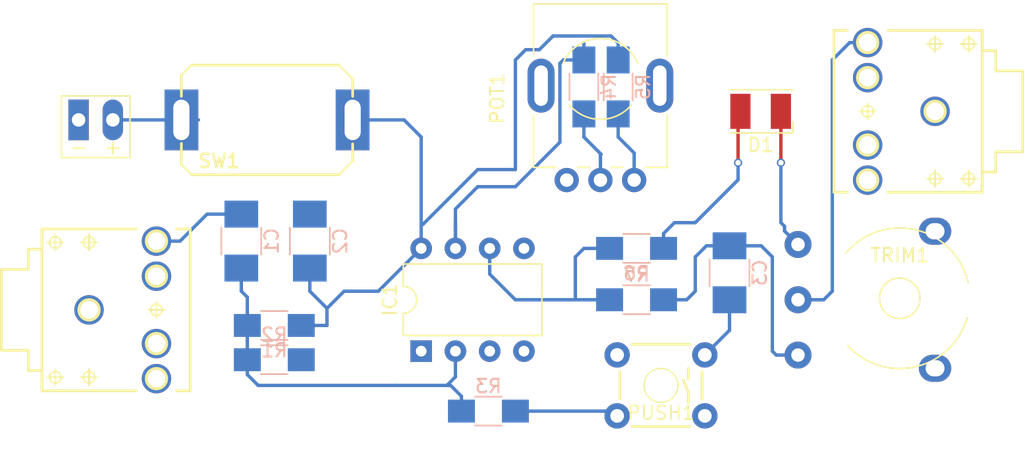
<source format=kicad_pcb>
(kicad_pcb (version 4) (host pcbnew 4.0.7-e0-6372~58~ubuntu16.04.1)

  (general
    (links 32)
    (no_connects 13)
    (area 51.758539 38.609999 128.086461 72.390001)
    (thickness 1.6)
    (drawings 0)
    (tracks 97)
    (zones 0)
    (modules 19)
    (nets 14)
  )

  (page A4)
  (layers
    (0 F.Cu signal)
    (31 B.Cu signal)
    (32 B.Adhes user)
    (33 F.Adhes user)
    (34 B.Paste user)
    (35 F.Paste user)
    (36 B.SilkS user)
    (37 F.SilkS user)
    (38 B.Mask user)
    (39 F.Mask user)
    (40 Dwgs.User user)
    (41 Cmts.User user)
    (42 Eco1.User user)
    (43 Eco2.User user)
    (44 Edge.Cuts user)
    (45 Margin user)
    (46 B.CrtYd user)
    (47 F.CrtYd user)
    (48 B.Fab user)
    (49 F.Fab user)
  )

  (setup
    (last_trace_width 0.25)
    (trace_clearance 0.2)
    (zone_clearance 0.508)
    (zone_45_only no)
    (trace_min 0.2)
    (segment_width 0.2)
    (edge_width 0.15)
    (via_size 0.6)
    (via_drill 0.4)
    (via_min_size 0.4)
    (via_min_drill 0.3)
    (uvia_size 0.3)
    (uvia_drill 0.1)
    (uvias_allowed no)
    (uvia_min_size 0.2)
    (uvia_min_drill 0.1)
    (pcb_text_width 0.3)
    (pcb_text_size 1.5 1.5)
    (mod_edge_width 0.15)
    (mod_text_size 1 1)
    (mod_text_width 0.15)
    (pad_size 1.524 1.524)
    (pad_drill 0.762)
    (pad_to_mask_clearance 0.2)
    (aux_axis_origin 0 0)
    (visible_elements FFFFFF7F)
    (pcbplotparams
      (layerselection 0x00030_80000001)
      (usegerberextensions false)
      (excludeedgelayer true)
      (linewidth 0.100000)
      (plotframeref false)
      (viasonmask false)
      (mode 1)
      (useauxorigin false)
      (hpglpennumber 1)
      (hpglpenspeed 20)
      (hpglpendiameter 15)
      (hpglpenoverlay 2)
      (psnegative false)
      (psa4output false)
      (plotreference true)
      (plotvalue true)
      (plotinvisibletext false)
      (padsonsilk false)
      (subtractmaskfromsilk false)
      (outputformat 1)
      (mirror false)
      (drillshape 1)
      (scaleselection 1)
      (outputdirectory ""))
  )

  (net 0 "")
  (net 1 "Net-(C1-Pad2)")
  (net 2 VCC)
  (net 3 GND)
  (net 4 "Net-(C3-Pad2)")
  (net 5 "Net-(D1-Pad2)")
  (net 6 "Net-(IC1-Pad6)")
  (net 7 "Net-(IC1-Pad7)")
  (net 8 "Net-(JACK2-Pad2)")
  (net 9 "Net-(POT1-Pad2)")
  (net 10 "Net-(PUSH1-Pad1)")
  (net 11 +BATT)
  (net 12 Prog)
  (net 13 "Net-(POT1-Pad1)")

  (net_class Default "This is the default net class."
    (clearance 0.2)
    (trace_width 0.25)
    (via_dia 0.6)
    (via_drill 0.4)
    (uvia_dia 0.3)
    (uvia_drill 0.1)
    (add_net +BATT)
    (add_net GND)
    (add_net "Net-(C1-Pad2)")
    (add_net "Net-(C3-Pad2)")
    (add_net "Net-(D1-Pad2)")
    (add_net "Net-(IC1-Pad6)")
    (add_net "Net-(IC1-Pad7)")
    (add_net "Net-(JACK2-Pad2)")
    (add_net "Net-(POT1-Pad1)")
    (add_net "Net-(POT1-Pad2)")
    (add_net "Net-(PUSH1-Pad1)")
    (add_net Prog)
    (add_net VCC)
  )

  (module 8BitMixtape_DIY-CAD:C_1210_MixtapeStyle (layer B.Cu) (tedit 58AA84FB) (tstamp 5B5C44ED)
    (at 69.85 56.61 90)
    (descr "Capacitor SMD 1210, hand soldering")
    (tags "capacitor 1210")
    (path /5B5C3667)
    (attr smd)
    (fp_text reference C1 (at 0 2.25 90) (layer B.SilkS)
      (effects (font (size 1 1) (thickness 0.15)) (justify mirror))
    )
    (fp_text value 100nF (at 0 -2.5 90) (layer B.Fab)
      (effects (font (size 1 1) (thickness 0.15)) (justify mirror))
    )
    (fp_text user %R (at 0 2.25 90) (layer B.Fab)
      (effects (font (size 1 1) (thickness 0.15)) (justify mirror))
    )
    (fp_line (start -1.6 -1.25) (end -1.6 1.25) (layer B.Fab) (width 0.1))
    (fp_line (start 1.6 -1.25) (end -1.6 -1.25) (layer B.Fab) (width 0.1))
    (fp_line (start 1.6 1.25) (end 1.6 -1.25) (layer B.Fab) (width 0.1))
    (fp_line (start -1.6 1.25) (end 1.6 1.25) (layer B.Fab) (width 0.1))
    (fp_line (start 1 1.48) (end -1 1.48) (layer B.SilkS) (width 0.12))
    (fp_line (start -1 -1.48) (end 1 -1.48) (layer B.SilkS) (width 0.12))
    (fp_line (start -3.25 1.5) (end 3.25 1.5) (layer B.CrtYd) (width 0.05))
    (fp_line (start -3.25 1.5) (end -3.25 -1.5) (layer B.CrtYd) (width 0.05))
    (fp_line (start 3.25 -1.5) (end 3.25 1.5) (layer B.CrtYd) (width 0.05))
    (fp_line (start 3.25 -1.5) (end -3.25 -1.5) (layer B.CrtYd) (width 0.05))
    (pad 1 smd rect (at -2 0 90) (size 2 2.5) (layers B.Cu B.Paste B.Mask)
      (net 12 Prog))
    (pad 2 smd rect (at 2 0 90) (size 2 2.5) (layers B.Cu B.Paste B.Mask)
      (net 1 "Net-(C1-Pad2)"))
    (model Capacitors_SMD.3dshapes/C_1210.wrl
      (at (xyz 0 0 0))
      (scale (xyz 1 1 1))
      (rotate (xyz 0 0 0))
    )
  )

  (module 8BitMixtape_DIY-CAD:C_1210_MixtapeStyle (layer B.Cu) (tedit 58AA84FB) (tstamp 5B5C44FE)
    (at 74.93 56.61 90)
    (descr "Capacitor SMD 1210, hand soldering")
    (tags "capacitor 1210")
    (path /5B5C38C7)
    (attr smd)
    (fp_text reference C2 (at 0 2.25 90) (layer B.SilkS)
      (effects (font (size 1 1) (thickness 0.15)) (justify mirror))
    )
    (fp_text value 100nF (at 0 -2.5 90) (layer B.Fab)
      (effects (font (size 1 1) (thickness 0.15)) (justify mirror))
    )
    (fp_text user %R (at 0 2.25 90) (layer B.Fab)
      (effects (font (size 1 1) (thickness 0.15)) (justify mirror))
    )
    (fp_line (start -1.6 -1.25) (end -1.6 1.25) (layer B.Fab) (width 0.1))
    (fp_line (start 1.6 -1.25) (end -1.6 -1.25) (layer B.Fab) (width 0.1))
    (fp_line (start 1.6 1.25) (end 1.6 -1.25) (layer B.Fab) (width 0.1))
    (fp_line (start -1.6 1.25) (end 1.6 1.25) (layer B.Fab) (width 0.1))
    (fp_line (start 1 1.48) (end -1 1.48) (layer B.SilkS) (width 0.12))
    (fp_line (start -1 -1.48) (end 1 -1.48) (layer B.SilkS) (width 0.12))
    (fp_line (start -3.25 1.5) (end 3.25 1.5) (layer B.CrtYd) (width 0.05))
    (fp_line (start -3.25 1.5) (end -3.25 -1.5) (layer B.CrtYd) (width 0.05))
    (fp_line (start 3.25 -1.5) (end 3.25 1.5) (layer B.CrtYd) (width 0.05))
    (fp_line (start 3.25 -1.5) (end -3.25 -1.5) (layer B.CrtYd) (width 0.05))
    (pad 1 smd rect (at -2 0 90) (size 2 2.5) (layers B.Cu B.Paste B.Mask)
      (net 2 VCC))
    (pad 2 smd rect (at 2 0 90) (size 2 2.5) (layers B.Cu B.Paste B.Mask)
      (net 3 GND))
    (model Capacitors_SMD.3dshapes/C_1210.wrl
      (at (xyz 0 0 0))
      (scale (xyz 1 1 1))
      (rotate (xyz 0 0 0))
    )
  )

  (module 8BitMixtape_DIY-CAD:C_1210_MixtapeStyle (layer B.Cu) (tedit 58AA84FB) (tstamp 5B5C450F)
    (at 106.045 58.96 90)
    (descr "Capacitor SMD 1210, hand soldering")
    (tags "capacitor 1210")
    (path /5B5C50D8)
    (attr smd)
    (fp_text reference C3 (at 0 2.25 90) (layer B.SilkS)
      (effects (font (size 1 1) (thickness 0.15)) (justify mirror))
    )
    (fp_text value 100nF (at 0 -2.5 90) (layer B.Fab)
      (effects (font (size 1 1) (thickness 0.15)) (justify mirror))
    )
    (fp_text user %R (at 0 2.25 90) (layer B.Fab)
      (effects (font (size 1 1) (thickness 0.15)) (justify mirror))
    )
    (fp_line (start -1.6 -1.25) (end -1.6 1.25) (layer B.Fab) (width 0.1))
    (fp_line (start 1.6 -1.25) (end -1.6 -1.25) (layer B.Fab) (width 0.1))
    (fp_line (start 1.6 1.25) (end 1.6 -1.25) (layer B.Fab) (width 0.1))
    (fp_line (start -1.6 1.25) (end 1.6 1.25) (layer B.Fab) (width 0.1))
    (fp_line (start 1 1.48) (end -1 1.48) (layer B.SilkS) (width 0.12))
    (fp_line (start -1 -1.48) (end 1 -1.48) (layer B.SilkS) (width 0.12))
    (fp_line (start -3.25 1.5) (end 3.25 1.5) (layer B.CrtYd) (width 0.05))
    (fp_line (start -3.25 1.5) (end -3.25 -1.5) (layer B.CrtYd) (width 0.05))
    (fp_line (start 3.25 -1.5) (end 3.25 1.5) (layer B.CrtYd) (width 0.05))
    (fp_line (start 3.25 -1.5) (end -3.25 -1.5) (layer B.CrtYd) (width 0.05))
    (pad 1 smd rect (at -2 0 90) (size 2 2.5) (layers B.Cu B.Paste B.Mask)
      (net 3 GND))
    (pad 2 smd rect (at 2 0 90) (size 2 2.5) (layers B.Cu B.Paste B.Mask)
      (net 4 "Net-(C3-Pad2)"))
    (model Capacitors_SMD.3dshapes/C_1210.wrl
      (at (xyz 0 0 0))
      (scale (xyz 1 1 1))
      (rotate (xyz 0 0 0))
    )
  )

  (module 8BitMixtape_DIY-CAD:LED_2835 (layer F.Cu) (tedit 59959404) (tstamp 5B5C4523)
    (at 108.355 46.99 180)
    (descr "LED PLCC-2 SMD package")
    (tags "LED PLCC-2 SMD")
    (path /5B5C48EB)
    (attr smd)
    (fp_text reference D1 (at 0 -2.5 180) (layer F.SilkS)
      (effects (font (size 1 1) (thickness 0.15)))
    )
    (fp_text value LED (at 0 2.5 180) (layer F.Fab)
      (effects (font (size 1 1) (thickness 0.15)))
    )
    (fp_circle (center 0 0) (end 0 -1.25) (layer F.Fab) (width 0.1))
    (fp_line (start -1.7 -0.6) (end -0.8 -1.5) (layer F.Fab) (width 0.1))
    (fp_line (start 1.7 1.5) (end 1.7 -1.5) (layer F.Fab) (width 0.1))
    (fp_line (start 1.7 -1.5) (end -1.7 -1.5) (layer F.Fab) (width 0.1))
    (fp_line (start -1.7 -1.5) (end -1.7 1.5) (layer F.Fab) (width 0.1))
    (fp_line (start -1.7 1.5) (end 1.7 1.5) (layer F.Fab) (width 0.1))
    (fp_line (start -2.65 -1.85) (end 2.5 -1.85) (layer F.CrtYd) (width 0.05))
    (fp_line (start 2.5 -1.85) (end 2.5 1.85) (layer F.CrtYd) (width 0.05))
    (fp_line (start 2.5 1.85) (end -2.65 1.85) (layer F.CrtYd) (width 0.05))
    (fp_line (start -2.65 1.85) (end -2.65 -1.85) (layer F.CrtYd) (width 0.05))
    (fp_line (start 2.25 1.6) (end -2.4 1.6) (layer F.SilkS) (width 0.12))
    (fp_line (start 2.25 -1.6) (end -2.4 -1.6) (layer F.SilkS) (width 0.12))
    (fp_line (start -2.4 -1.6) (end -2.4 -0.8) (layer F.SilkS) (width 0.12))
    (fp_text user %R (at 0 0 180) (layer F.Fab)
      (effects (font (size 0.4 0.4) (thickness 0.1)))
    )
    (pad 1 smd rect (at -1.5 0 180) (size 1.5 2.6) (layers F.Cu F.Paste F.Mask)
      (net 3 GND))
    (pad 2 smd rect (at 1.5 0 180) (size 1.5 2.6) (layers F.Cu F.Paste F.Mask)
      (net 5 "Net-(D1-Pad2)"))
    (model ${KISYS3DMOD}/LEDs.3dshapes/LED_PLCC-2.wrl
      (at (xyz 0 0 0))
      (scale (xyz 1 1 1))
      (rotate (xyz 0 0 0))
    )
  )

  (module Housings_DIP:DIP-8_W7.62mm (layer F.Cu) (tedit 59C78D6B) (tstamp 5B5C453F)
    (at 83.185 64.77 90)
    (descr "8-lead though-hole mounted DIP package, row spacing 7.62 mm (300 mils)")
    (tags "THT DIP DIL PDIP 2.54mm 7.62mm 300mil")
    (path /5B5C34B2)
    (fp_text reference IC1 (at 3.81 -2.33 90) (layer F.SilkS)
      (effects (font (size 1 1) (thickness 0.15)))
    )
    (fp_text value ATTINY85-20PU (at 3.81 9.95 90) (layer F.Fab)
      (effects (font (size 1 1) (thickness 0.15)))
    )
    (fp_arc (start 3.81 -1.33) (end 2.81 -1.33) (angle -180) (layer F.SilkS) (width 0.12))
    (fp_line (start 1.635 -1.27) (end 6.985 -1.27) (layer F.Fab) (width 0.1))
    (fp_line (start 6.985 -1.27) (end 6.985 8.89) (layer F.Fab) (width 0.1))
    (fp_line (start 6.985 8.89) (end 0.635 8.89) (layer F.Fab) (width 0.1))
    (fp_line (start 0.635 8.89) (end 0.635 -0.27) (layer F.Fab) (width 0.1))
    (fp_line (start 0.635 -0.27) (end 1.635 -1.27) (layer F.Fab) (width 0.1))
    (fp_line (start 2.81 -1.33) (end 1.16 -1.33) (layer F.SilkS) (width 0.12))
    (fp_line (start 1.16 -1.33) (end 1.16 8.95) (layer F.SilkS) (width 0.12))
    (fp_line (start 1.16 8.95) (end 6.46 8.95) (layer F.SilkS) (width 0.12))
    (fp_line (start 6.46 8.95) (end 6.46 -1.33) (layer F.SilkS) (width 0.12))
    (fp_line (start 6.46 -1.33) (end 4.81 -1.33) (layer F.SilkS) (width 0.12))
    (fp_line (start -1.1 -1.55) (end -1.1 9.15) (layer F.CrtYd) (width 0.05))
    (fp_line (start -1.1 9.15) (end 8.7 9.15) (layer F.CrtYd) (width 0.05))
    (fp_line (start 8.7 9.15) (end 8.7 -1.55) (layer F.CrtYd) (width 0.05))
    (fp_line (start 8.7 -1.55) (end -1.1 -1.55) (layer F.CrtYd) (width 0.05))
    (fp_text user %R (at 3.81 3.81 90) (layer F.Fab)
      (effects (font (size 1 1) (thickness 0.15)))
    )
    (pad 1 thru_hole rect (at 0 0 90) (size 1.6 1.6) (drill 0.8) (layers *.Cu *.Mask))
    (pad 5 thru_hole oval (at 7.62 7.62 90) (size 1.6 1.6) (drill 0.8) (layers *.Cu *.Mask))
    (pad 2 thru_hole oval (at 0 2.54 90) (size 1.6 1.6) (drill 0.8) (layers *.Cu *.Mask)
      (net 12 Prog))
    (pad 6 thru_hole oval (at 7.62 5.08 90) (size 1.6 1.6) (drill 0.8) (layers *.Cu *.Mask)
      (net 6 "Net-(IC1-Pad6)"))
    (pad 3 thru_hole oval (at 0 5.08 90) (size 1.6 1.6) (drill 0.8) (layers *.Cu *.Mask))
    (pad 7 thru_hole oval (at 7.62 2.54 90) (size 1.6 1.6) (drill 0.8) (layers *.Cu *.Mask)
      (net 7 "Net-(IC1-Pad7)"))
    (pad 4 thru_hole oval (at 0 7.62 90) (size 1.6 1.6) (drill 0.8) (layers *.Cu *.Mask)
      (net 3 GND))
    (pad 8 thru_hole oval (at 7.62 0 90) (size 1.6 1.6) (drill 0.8) (layers *.Cu *.Mask)
      (net 2 VCC))
    (model ${KISYS3DMOD}/Housings_DIP.3dshapes/DIP-8_W7.62mm.wrl
      (at (xyz 0 0 0))
      (scale (xyz 1 1 1))
      (rotate (xyz 0 0 0))
    )
  )

  (module 8BitMixtape_DIY-CAD:AUDIO-Jack_3.5mm_5Pin (layer F.Cu) (tedit 5B558D28) (tstamp 5B5C4570)
    (at 58.56 61.71)
    (descr "KIT FOOTPRINT FOR 1/8\" AUDIO JACK.")
    (tags "KIT FOOTPRINT FOR 1/8\" AUDIO JACK.")
    (path /5B5C3573)
    (attr virtual)
    (fp_text reference JACK1 (at -0.254 -2.7432) (layer Dwgs.User)
      (effects (font (size 0.4064 0.4064) (thickness 0.0254)))
    )
    (fp_text value JACK_TRS_6PINS (at -0.0508 -1.4732) (layer Dwgs.User)
      (effects (font (size 0.4064 0.4064) (thickness 0.0254)))
    )
    (fp_line (start 7.49808 -5.99948) (end 7.49808 5.99948) (layer F.SilkS) (width 0.2032))
    (fp_line (start -3.49758 -5.99948) (end -3.49758 -4.49834) (layer F.SilkS) (width 0.2032))
    (fp_line (start -3.49758 4.49834) (end -3.49758 5.99948) (layer F.SilkS) (width 0.2032))
    (fp_line (start -4.49834 -4.49834) (end -4.49834 -2.99974) (layer F.SilkS) (width 0.2032))
    (fp_line (start -4.49834 2.99974) (end -4.49834 4.49834) (layer F.SilkS) (width 0.2032))
    (fp_line (start -4.49834 4.49834) (end -3.49758 4.49834) (layer F.SilkS) (width 0.2032))
    (fp_line (start -4.49834 -4.49834) (end -3.49758 -4.49834) (layer F.SilkS) (width 0.2032))
    (fp_line (start -6.49986 -2.99974) (end -6.49986 2.99974) (layer F.SilkS) (width 0.2032))
    (fp_line (start -6.49986 2.99974) (end -4.49834 2.99974) (layer F.SilkS) (width 0.2032))
    (fp_line (start -6.49986 -2.99974) (end -4.49834 -2.99974) (layer F.SilkS) (width 0.2032))
    (fp_line (start -3.49758 -5.99948) (end 3.49758 -5.99948) (layer F.SilkS) (width 0.2032))
    (fp_line (start 7.49808 -5.99948) (end 6.49986 -5.99948) (layer F.SilkS) (width 0.2032))
    (fp_line (start -3.49758 -5.99948) (end -3.49758 5.99948) (layer F.SilkS) (width 0.2032))
    (fp_line (start -3.49758 5.99948) (end 3.49758 5.99948) (layer F.SilkS) (width 0.2032))
    (fp_line (start 7.49808 5.99948) (end 6.49986 5.99948) (layer F.SilkS) (width 0.2032))
    (fp_circle (center 0 0) (end -0.3302 0.3302) (layer F.SilkS) (width 0))
    (fp_circle (center 4.99872 -5.09778) (end 5.32892 -5.42798) (layer F.SilkS) (width 0))
    (fp_circle (center 4.99872 -2.49936) (end 5.32892 -2.82956) (layer F.SilkS) (width 0))
    (fp_circle (center 4.99872 2.49936) (end 5.32892 2.82956) (layer F.SilkS) (width 0))
    (fp_circle (center 4.99872 5.09778) (end 5.32892 5.42798) (layer F.SilkS) (width 0))
    (fp_circle (center 0 0) (end -0.6096 0.6096) (layer F.SilkS) (width 0))
    (fp_circle (center 4.99872 -5.09778) (end 5.60832 -5.70738) (layer F.SilkS) (width 0))
    (fp_circle (center 4.99872 5.09778) (end 5.60832 5.70738) (layer F.SilkS) (width 0))
    (fp_circle (center 4.99872 2.49936) (end 5.60832 3.10896) (layer F.SilkS) (width 0))
    (fp_circle (center 4.99872 -2.49936) (end 5.60832 -3.10896) (layer F.SilkS) (width 0))
    (fp_circle (center 0 -4.99872) (end -0.29972 -5.29844) (layer F.SilkS) (width 0.127))
    (fp_line (start -0.59944 -4.99872) (end 0.59944 -4.99872) (layer F.SilkS) (width 0.127))
    (fp_line (start 0 -4.39928) (end 0 -5.59816) (layer F.SilkS) (width 0.127))
    (fp_circle (center -2.49936 -4.99872) (end -2.79908 -5.29844) (layer F.SilkS) (width 0.127))
    (fp_line (start -3.0988 -4.99872) (end -1.89992 -4.99872) (layer F.SilkS) (width 0.127))
    (fp_line (start -2.49936 -4.39928) (end -2.49936 -5.59816) (layer F.SilkS) (width 0.127))
    (fp_circle (center -2.49936 4.99872) (end -2.79908 5.29844) (layer F.SilkS) (width 0.127))
    (fp_line (start -3.0988 4.99872) (end -1.89992 4.99872) (layer F.SilkS) (width 0.127))
    (fp_line (start -2.49936 5.59816) (end -2.49936 4.39928) (layer F.SilkS) (width 0.127))
    (fp_circle (center 0 4.99872) (end -0.29972 5.29844) (layer F.SilkS) (width 0.127))
    (fp_line (start -0.59944 4.99872) (end 0.59944 4.99872) (layer F.SilkS) (width 0.127))
    (fp_line (start 0 5.59816) (end 0 4.39928) (layer F.SilkS) (width 0.127))
    (fp_circle (center 4.99872 0) (end 5.29844 0.29972) (layer F.SilkS) (width 0.127))
    (fp_line (start 4.39928 0) (end 5.59816 0) (layer F.SilkS) (width 0.127))
    (fp_line (start 4.99872 0.59944) (end 4.99872 -0.59944) (layer F.SilkS) (width 0.127))
    (pad 3 thru_hole circle (at 4.99872 -5.09778) (size 2.18186 2.18186) (drill 1.29794) (layers *.Cu *.Mask)
      (net 1 "Net-(C1-Pad2)"))
    (pad 6 thru_hole circle (at 4.99872 -2.49936) (size 2.18186 2.18186) (drill 1.29794) (layers *.Cu *.Mask))
    (pad 1 thru_hole circle (at 0 0) (size 2.18186 2.18186) (drill 1.29794) (layers *.Cu *.Mask)
      (net 3 GND))
    (pad 2 thru_hole circle (at 4.99872 5.09778) (size 2.18186 2.18186) (drill 1.29794) (layers *.Cu *.Mask))
    (pad 5 thru_hole circle (at 4.99872 2.49936) (size 2.18186 2.18186) (drill 1.29794) (layers *.Cu *.Mask))
  )

  (module 8BitMixtape_DIY-CAD:AUDIO-Jack_3.5mm_5Pin (layer F.Cu) (tedit 5B558D28) (tstamp 5B5C45A1)
    (at 121.285 46.99 180)
    (descr "KIT FOOTPRINT FOR 1/8\" AUDIO JACK.")
    (tags "KIT FOOTPRINT FOR 1/8\" AUDIO JACK.")
    (path /5B5C35A7)
    (attr virtual)
    (fp_text reference JACK2 (at -0.254 -2.7432 180) (layer Dwgs.User)
      (effects (font (size 0.4064 0.4064) (thickness 0.0254)))
    )
    (fp_text value JACK_TRS_6PINS (at -0.0508 -1.4732 180) (layer Dwgs.User)
      (effects (font (size 0.4064 0.4064) (thickness 0.0254)))
    )
    (fp_line (start 7.49808 -5.99948) (end 7.49808 5.99948) (layer F.SilkS) (width 0.2032))
    (fp_line (start -3.49758 -5.99948) (end -3.49758 -4.49834) (layer F.SilkS) (width 0.2032))
    (fp_line (start -3.49758 4.49834) (end -3.49758 5.99948) (layer F.SilkS) (width 0.2032))
    (fp_line (start -4.49834 -4.49834) (end -4.49834 -2.99974) (layer F.SilkS) (width 0.2032))
    (fp_line (start -4.49834 2.99974) (end -4.49834 4.49834) (layer F.SilkS) (width 0.2032))
    (fp_line (start -4.49834 4.49834) (end -3.49758 4.49834) (layer F.SilkS) (width 0.2032))
    (fp_line (start -4.49834 -4.49834) (end -3.49758 -4.49834) (layer F.SilkS) (width 0.2032))
    (fp_line (start -6.49986 -2.99974) (end -6.49986 2.99974) (layer F.SilkS) (width 0.2032))
    (fp_line (start -6.49986 2.99974) (end -4.49834 2.99974) (layer F.SilkS) (width 0.2032))
    (fp_line (start -6.49986 -2.99974) (end -4.49834 -2.99974) (layer F.SilkS) (width 0.2032))
    (fp_line (start -3.49758 -5.99948) (end 3.49758 -5.99948) (layer F.SilkS) (width 0.2032))
    (fp_line (start 7.49808 -5.99948) (end 6.49986 -5.99948) (layer F.SilkS) (width 0.2032))
    (fp_line (start -3.49758 -5.99948) (end -3.49758 5.99948) (layer F.SilkS) (width 0.2032))
    (fp_line (start -3.49758 5.99948) (end 3.49758 5.99948) (layer F.SilkS) (width 0.2032))
    (fp_line (start 7.49808 5.99948) (end 6.49986 5.99948) (layer F.SilkS) (width 0.2032))
    (fp_circle (center 0 0) (end -0.3302 0.3302) (layer F.SilkS) (width 0))
    (fp_circle (center 4.99872 -5.09778) (end 5.32892 -5.42798) (layer F.SilkS) (width 0))
    (fp_circle (center 4.99872 -2.49936) (end 5.32892 -2.82956) (layer F.SilkS) (width 0))
    (fp_circle (center 4.99872 2.49936) (end 5.32892 2.82956) (layer F.SilkS) (width 0))
    (fp_circle (center 4.99872 5.09778) (end 5.32892 5.42798) (layer F.SilkS) (width 0))
    (fp_circle (center 0 0) (end -0.6096 0.6096) (layer F.SilkS) (width 0))
    (fp_circle (center 4.99872 -5.09778) (end 5.60832 -5.70738) (layer F.SilkS) (width 0))
    (fp_circle (center 4.99872 5.09778) (end 5.60832 5.70738) (layer F.SilkS) (width 0))
    (fp_circle (center 4.99872 2.49936) (end 5.60832 3.10896) (layer F.SilkS) (width 0))
    (fp_circle (center 4.99872 -2.49936) (end 5.60832 -3.10896) (layer F.SilkS) (width 0))
    (fp_circle (center 0 -4.99872) (end -0.29972 -5.29844) (layer F.SilkS) (width 0.127))
    (fp_line (start -0.59944 -4.99872) (end 0.59944 -4.99872) (layer F.SilkS) (width 0.127))
    (fp_line (start 0 -4.39928) (end 0 -5.59816) (layer F.SilkS) (width 0.127))
    (fp_circle (center -2.49936 -4.99872) (end -2.79908 -5.29844) (layer F.SilkS) (width 0.127))
    (fp_line (start -3.0988 -4.99872) (end -1.89992 -4.99872) (layer F.SilkS) (width 0.127))
    (fp_line (start -2.49936 -4.39928) (end -2.49936 -5.59816) (layer F.SilkS) (width 0.127))
    (fp_circle (center -2.49936 4.99872) (end -2.79908 5.29844) (layer F.SilkS) (width 0.127))
    (fp_line (start -3.0988 4.99872) (end -1.89992 4.99872) (layer F.SilkS) (width 0.127))
    (fp_line (start -2.49936 5.59816) (end -2.49936 4.39928) (layer F.SilkS) (width 0.127))
    (fp_circle (center 0 4.99872) (end -0.29972 5.29844) (layer F.SilkS) (width 0.127))
    (fp_line (start -0.59944 4.99872) (end 0.59944 4.99872) (layer F.SilkS) (width 0.127))
    (fp_line (start 0 5.59816) (end 0 4.39928) (layer F.SilkS) (width 0.127))
    (fp_circle (center 4.99872 0) (end 5.29844 0.29972) (layer F.SilkS) (width 0.127))
    (fp_line (start 4.39928 0) (end 5.59816 0) (layer F.SilkS) (width 0.127))
    (fp_line (start 4.99872 0.59944) (end 4.99872 -0.59944) (layer F.SilkS) (width 0.127))
    (pad 3 thru_hole circle (at 4.99872 -5.09778 180) (size 2.18186 2.18186) (drill 1.29794) (layers *.Cu *.Mask))
    (pad 6 thru_hole circle (at 4.99872 -2.49936 180) (size 2.18186 2.18186) (drill 1.29794) (layers *.Cu *.Mask))
    (pad 1 thru_hole circle (at 0 0 180) (size 2.18186 2.18186) (drill 1.29794) (layers *.Cu *.Mask)
      (net 3 GND))
    (pad 2 thru_hole circle (at 4.99872 5.09778 180) (size 2.18186 2.18186) (drill 1.29794) (layers *.Cu *.Mask)
      (net 8 "Net-(JACK2-Pad2)"))
    (pad 5 thru_hole circle (at 4.99872 2.49936 180) (size 2.18186 2.18186) (drill 1.29794) (layers *.Cu *.Mask))
  )

  (module 8BitMixtape_DIY-CAD:Mixtape_Pot_Alps (layer F.Cu) (tedit 5B475460) (tstamp 5B5C45BF)
    (at 98.975 52.085 90)
    (descr "Potentiometer, horizontally mounted, Omeg PC16PU, Omeg PC16PU, Omeg PC16PU, Vishay/Spectrol 248GJ/249GJ Single, Vishay/Spectrol 248GJ/249GJ Single, Vishay/Spectrol 248GJ/249GJ Single, Vishay/Spectrol 248GH/249GH Single, Vishay/Spectrol 148/149 Single, Vishay/Spectrol 148/149 Single, Vishay/Spectrol 148/149 Single, Vishay/Spectrol 148A/149A Single with mounting plates, Vishay/Spectrol 148/149 Double, Vishay/Spectrol 148A/149A Double with mounting plates, Piher PC-16 Single, Piher PC-16 Single, Piher PC-16 Single, Piher PC-16SV Single, Piher PC-16 Double, Piher PC-16 Triple, Piher T16H Single, Piher T16L Single, Piher T16H Double, Alps RK163 Single, Alps RK163 Double, Alps RK097 Single, Alps RK097 Double, Bourns PTV09A-2 Single with mounting sleve Single, Bourns PTV09A-1 with mounting sleve Single, Bourns PRS11S Single, Alps RK09K Single with mounting sleve Single, Alps RK09K with mounting sleve Single, http://www.alps.com/prod/info/E/HTML/Potentiometer/RotaryPotentiometers/RK09K/RK09D1130C1B.html")
    (tags "Potentiometer horizontal  Omeg PC16PU  Omeg PC16PU  Omeg PC16PU  Vishay/Spectrol 248GJ/249GJ Single  Vishay/Spectrol 248GJ/249GJ Single  Vishay/Spectrol 248GJ/249GJ Single  Vishay/Spectrol 248GH/249GH Single  Vishay/Spectrol 148/149 Single  Vishay/Spectrol 148/149 Single  Vishay/Spectrol 148/149 Single  Vishay/Spectrol 148A/149A Single with mounting plates  Vishay/Spectrol 148/149 Double  Vishay/Spectrol 148A/149A Double with mounting plates  Piher PC-16 Single  Piher PC-16 Single  Piher PC-16 Single  Piher PC-16SV Single  Piher PC-16 Double  Piher PC-16 Triple  Piher T16H Single  Piher T16L Single  Piher T16H Double  Alps RK163 Single  Alps RK163 Double  Alps RK097 Single  Alps RK097 Double  Bourns PTV09A-2 Single with mounting sleve Single  Bourns PTV09A-1 with mounting sleve Single  Bourns PRS11S Single  Alps RK09K Single with mounting sleve Single  Alps RK09K with mounting sleve Single")
    (path /5B5C418F)
    (fp_text reference POT1 (at 6.05 -10.15 90) (layer F.SilkS)
      (effects (font (size 1 1) (thickness 0.15)))
    )
    (fp_text value POT (at 6.05 5.15 90) (layer F.Fab)
      (effects (font (size 1 1) (thickness 0.15)))
    )
    (fp_arc (start 7.5 -2.5) (end 8.673 0.262) (angle -134) (layer F.SilkS) (width 0.12))
    (fp_arc (start 7.5 -2.5) (end 5.572 -4.798) (angle -100) (layer F.SilkS) (width 0.12))
    (fp_circle (center 7.5 -2.5) (end 10.75 -2.5) (layer F.Fab) (width 0.1))
    (fp_circle (center 7.5 -2.5) (end 10.5 -2.5) (layer F.Fab) (width 0.1))
    (fp_line (start 1 -7.4) (end 1 2.4) (layer F.Fab) (width 0.1))
    (fp_line (start 1 2.4) (end 13 2.4) (layer F.Fab) (width 0.1))
    (fp_line (start 13 2.4) (end 13 -7.4) (layer F.Fab) (width 0.1))
    (fp_line (start 13 -7.4) (end 1 -7.4) (layer F.Fab) (width 0.1))
    (fp_line (start 0.94 -7.461) (end 4.806 -7.461) (layer F.SilkS) (width 0.12))
    (fp_line (start 9.195 -7.461) (end 13.06 -7.461) (layer F.SilkS) (width 0.12))
    (fp_line (start 0.94 2.46) (end 4.806 2.46) (layer F.SilkS) (width 0.12))
    (fp_line (start 9.195 2.46) (end 13.06 2.46) (layer F.SilkS) (width 0.12))
    (fp_line (start 0.94 -7.461) (end 0.94 -5.825) (layer F.SilkS) (width 0.12))
    (fp_line (start 0.94 -4.175) (end 0.94 -3.325) (layer F.SilkS) (width 0.12))
    (fp_line (start 0.94 -1.675) (end 0.94 -0.825) (layer F.SilkS) (width 0.12))
    (fp_line (start 0.94 0.825) (end 0.94 2.46) (layer F.SilkS) (width 0.12))
    (fp_line (start 13.06 -7.461) (end 13.06 2.46) (layer F.SilkS) (width 0.12))
    (fp_line (start -1.15 -9.15) (end -1.15 4.15) (layer F.CrtYd) (width 0.05))
    (fp_line (start -1.15 4.15) (end 13.25 4.15) (layer F.CrtYd) (width 0.05))
    (fp_line (start 13.25 4.15) (end 13.25 -9.15) (layer F.CrtYd) (width 0.05))
    (fp_line (start 13.25 -9.15) (end -1.15 -9.15) (layer F.CrtYd) (width 0.05))
    (pad 3 thru_hole circle (at 0 -5 90) (size 1.8 1.8) (drill 1) (layers *.Cu *.Mask)
      (net 3 GND))
    (pad 2 thru_hole circle (at 0 -2.5 90) (size 1.8 1.8) (drill 1) (layers *.Cu *.Mask)
      (net 9 "Net-(POT1-Pad2)"))
    (pad 1 thru_hole circle (at 0 0 90) (size 1.8 1.8) (drill 1) (layers *.Cu *.Mask)
      (net 13 "Net-(POT1-Pad1)"))
    (pad "" np_thru_hole oval (at 7 -6.9 90) (size 4 2) (drill oval 3 1) (layers *.Cu *.Mask))
    (pad "" np_thru_hole oval (at 7 1.9 90) (size 4 2) (drill oval 3 1) (layers *.Cu *.Mask))
    (model Potentiometers.3dshapes/Potentiometer_Alps_RK09K_Horizontal.wrl
      (at (xyz 0 0 0))
      (scale (xyz 0.393701 0.393701 0.393701))
      (rotate (xyz 0 0 0))
    )
  )

  (module 8BitMixtape_DIY-CAD:TACTILE-PTH_6mm (layer F.Cu) (tedit 5B56173A) (tstamp 5B5C45CF)
    (at 100.965 67.31 180)
    (descr "OMRON SWITCH")
    (tags "OMRON SWITCH")
    (path /5B5C38F5)
    (attr virtual)
    (fp_text reference PUSH1 (at 0 -2.032 180) (layer F.SilkS)
      (effects (font (size 1 1) (thickness 0.127)))
    )
    (fp_text value SW_Push (at -5.25 0.14 270) (layer Eco2.User)
      (effects (font (size 1 1) (thickness 0.15)))
    )
    (fp_line (start 2.159 -3.048) (end -2.159 -3.048) (layer F.SilkS) (width 0.2032))
    (fp_line (start -2.159 3.048) (end 2.159 3.048) (layer F.SilkS) (width 0.2032))
    (fp_line (start 3.048 -0.99568) (end 3.048 1.016) (layer F.SilkS) (width 0.2032))
    (fp_line (start -3.048 -1.02616) (end -3.048 1.016) (layer F.SilkS) (width 0.2032))
    (fp_line (start -2.032 -1.27) (end -2.032 -0.508) (layer F.SilkS) (width 0.2032))
    (fp_line (start -2.032 0.508) (end -2.032 1.27) (layer F.SilkS) (width 0.2032))
    (fp_line (start -2.032 -0.508) (end -1.651 0.381) (layer F.SilkS) (width 0.2032))
    (fp_circle (center 0 0) (end -0.889 0.889) (layer F.SilkS) (width 0.1016))
    (pad 1 thru_hole circle (at -3.2512 -2.2606 180) (size 1.8796 1.8796) (drill 1.016) (layers *.Cu *.Mask)
      (net 10 "Net-(PUSH1-Pad1)"))
    (pad 1 thru_hole circle (at 3.2512 -2.2606 180) (size 1.8796 1.8796) (drill 1.016) (layers *.Cu *.Mask)
      (net 10 "Net-(PUSH1-Pad1)"))
    (pad 2 thru_hole circle (at -3.2512 2.2606 180) (size 1.8796 1.8796) (drill 1.016) (layers *.Cu *.Mask)
      (net 3 GND))
    (pad 2 thru_hole circle (at 3.2512 2.2606 180) (size 1.8796 1.8796) (drill 1.016) (layers *.Cu *.Mask)
      (net 3 GND))
  )

  (module 8BitMixtape_DIY-CAD:R_1206_Mixtape (layer B.Cu) (tedit 58E0A804) (tstamp 5B5C45E0)
    (at 72.295 62.865)
    (descr "Resistor SMD 1206, hand soldering")
    (tags "resistor 1206")
    (path /5B5C3536)
    (attr smd)
    (fp_text reference R1 (at 0 1.85) (layer B.SilkS)
      (effects (font (size 1 1) (thickness 0.15)) (justify mirror))
    )
    (fp_text value 22K (at 0 -1.9) (layer B.Fab)
      (effects (font (size 1 1) (thickness 0.15)) (justify mirror))
    )
    (fp_text user %R (at 0 0) (layer B.Fab)
      (effects (font (size 0.7 0.7) (thickness 0.105)) (justify mirror))
    )
    (fp_line (start -1.6 -0.8) (end -1.6 0.8) (layer B.Fab) (width 0.1))
    (fp_line (start 1.6 -0.8) (end -1.6 -0.8) (layer B.Fab) (width 0.1))
    (fp_line (start 1.6 0.8) (end 1.6 -0.8) (layer B.Fab) (width 0.1))
    (fp_line (start -1.6 0.8) (end 1.6 0.8) (layer B.Fab) (width 0.1))
    (fp_line (start 1 -1.07) (end -1 -1.07) (layer B.SilkS) (width 0.12))
    (fp_line (start -1 1.07) (end 1 1.07) (layer B.SilkS) (width 0.12))
    (fp_line (start -3.25 1.11) (end 3.25 1.11) (layer B.CrtYd) (width 0.05))
    (fp_line (start -3.25 1.11) (end -3.25 -1.1) (layer B.CrtYd) (width 0.05))
    (fp_line (start 3.25 -1.1) (end 3.25 1.11) (layer B.CrtYd) (width 0.05))
    (fp_line (start 3.25 -1.1) (end -3.25 -1.1) (layer B.CrtYd) (width 0.05))
    (pad 1 smd rect (at -2 0) (size 2 1.7) (layers B.Cu B.Paste B.Mask)
      (net 12 Prog))
    (pad 2 smd rect (at 2 0) (size 2 1.7) (layers B.Cu B.Paste B.Mask)
      (net 2 VCC))
    (model ${KISYS3DMOD}/Resistors_SMD.3dshapes/R_1206.wrl
      (at (xyz 0 0 0))
      (scale (xyz 1 1 1))
      (rotate (xyz 0 0 0))
    )
  )

  (module 8BitMixtape_DIY-CAD:R_1206_Mixtape (layer B.Cu) (tedit 58E0A804) (tstamp 5B5C45F1)
    (at 72.295 65.405 180)
    (descr "Resistor SMD 1206, hand soldering")
    (tags "resistor 1206")
    (path /5B5C37D4)
    (attr smd)
    (fp_text reference R2 (at 0 1.85 180) (layer B.SilkS)
      (effects (font (size 1 1) (thickness 0.15)) (justify mirror))
    )
    (fp_text value 22K (at 0 -1.9 180) (layer B.Fab)
      (effects (font (size 1 1) (thickness 0.15)) (justify mirror))
    )
    (fp_text user %R (at 0 0 180) (layer B.Fab)
      (effects (font (size 0.7 0.7) (thickness 0.105)) (justify mirror))
    )
    (fp_line (start -1.6 -0.8) (end -1.6 0.8) (layer B.Fab) (width 0.1))
    (fp_line (start 1.6 -0.8) (end -1.6 -0.8) (layer B.Fab) (width 0.1))
    (fp_line (start 1.6 0.8) (end 1.6 -0.8) (layer B.Fab) (width 0.1))
    (fp_line (start -1.6 0.8) (end 1.6 0.8) (layer B.Fab) (width 0.1))
    (fp_line (start 1 -1.07) (end -1 -1.07) (layer B.SilkS) (width 0.12))
    (fp_line (start -1 1.07) (end 1 1.07) (layer B.SilkS) (width 0.12))
    (fp_line (start -3.25 1.11) (end 3.25 1.11) (layer B.CrtYd) (width 0.05))
    (fp_line (start -3.25 1.11) (end -3.25 -1.1) (layer B.CrtYd) (width 0.05))
    (fp_line (start 3.25 -1.1) (end 3.25 1.11) (layer B.CrtYd) (width 0.05))
    (fp_line (start 3.25 -1.1) (end -3.25 -1.1) (layer B.CrtYd) (width 0.05))
    (pad 1 smd rect (at -2 0 180) (size 2 1.7) (layers B.Cu B.Paste B.Mask)
      (net 3 GND))
    (pad 2 smd rect (at 2 0 180) (size 2 1.7) (layers B.Cu B.Paste B.Mask)
      (net 12 Prog))
    (model ${KISYS3DMOD}/Resistors_SMD.3dshapes/R_1206.wrl
      (at (xyz 0 0 0))
      (scale (xyz 1 1 1))
      (rotate (xyz 0 0 0))
    )
  )

  (module 8BitMixtape_DIY-CAD:R_1206_Mixtape (layer B.Cu) (tedit 58E0A804) (tstamp 5B5C4602)
    (at 88.17 69.215 180)
    (descr "Resistor SMD 1206, hand soldering")
    (tags "resistor 1206")
    (path /5B5C3894)
    (attr smd)
    (fp_text reference R3 (at 0 1.85 180) (layer B.SilkS)
      (effects (font (size 1 1) (thickness 0.15)) (justify mirror))
    )
    (fp_text value 22K (at 0 -1.9 180) (layer B.Fab)
      (effects (font (size 1 1) (thickness 0.15)) (justify mirror))
    )
    (fp_text user %R (at 0 0 180) (layer B.Fab)
      (effects (font (size 0.7 0.7) (thickness 0.105)) (justify mirror))
    )
    (fp_line (start -1.6 -0.8) (end -1.6 0.8) (layer B.Fab) (width 0.1))
    (fp_line (start 1.6 -0.8) (end -1.6 -0.8) (layer B.Fab) (width 0.1))
    (fp_line (start 1.6 0.8) (end 1.6 -0.8) (layer B.Fab) (width 0.1))
    (fp_line (start -1.6 0.8) (end 1.6 0.8) (layer B.Fab) (width 0.1))
    (fp_line (start 1 -1.07) (end -1 -1.07) (layer B.SilkS) (width 0.12))
    (fp_line (start -1 1.07) (end 1 1.07) (layer B.SilkS) (width 0.12))
    (fp_line (start -3.25 1.11) (end 3.25 1.11) (layer B.CrtYd) (width 0.05))
    (fp_line (start -3.25 1.11) (end -3.25 -1.1) (layer B.CrtYd) (width 0.05))
    (fp_line (start 3.25 -1.1) (end 3.25 1.11) (layer B.CrtYd) (width 0.05))
    (fp_line (start 3.25 -1.1) (end -3.25 -1.1) (layer B.CrtYd) (width 0.05))
    (pad 1 smd rect (at -2 0 180) (size 2 1.7) (layers B.Cu B.Paste B.Mask)
      (net 10 "Net-(PUSH1-Pad1)"))
    (pad 2 smd rect (at 2 0 180) (size 2 1.7) (layers B.Cu B.Paste B.Mask)
      (net 12 Prog))
    (model ${KISYS3DMOD}/Resistors_SMD.3dshapes/R_1206.wrl
      (at (xyz 0 0 0))
      (scale (xyz 1 1 1))
      (rotate (xyz 0 0 0))
    )
  )

  (module 8BitMixtape_DIY-CAD:R_1206_Mixtape (layer B.Cu) (tedit 58E0A804) (tstamp 5B5C4613)
    (at 95.25 45.18 90)
    (descr "Resistor SMD 1206, hand soldering")
    (tags "resistor 1206")
    (path /5B5C4031)
    (attr smd)
    (fp_text reference R4 (at 0 1.85 90) (layer B.SilkS)
      (effects (font (size 1 1) (thickness 0.15)) (justify mirror))
    )
    (fp_text value 22K (at 0 -1.9 90) (layer B.Fab)
      (effects (font (size 1 1) (thickness 0.15)) (justify mirror))
    )
    (fp_text user %R (at 0 0 90) (layer B.Fab)
      (effects (font (size 0.7 0.7) (thickness 0.105)) (justify mirror))
    )
    (fp_line (start -1.6 -0.8) (end -1.6 0.8) (layer B.Fab) (width 0.1))
    (fp_line (start 1.6 -0.8) (end -1.6 -0.8) (layer B.Fab) (width 0.1))
    (fp_line (start 1.6 0.8) (end 1.6 -0.8) (layer B.Fab) (width 0.1))
    (fp_line (start -1.6 0.8) (end 1.6 0.8) (layer B.Fab) (width 0.1))
    (fp_line (start 1 -1.07) (end -1 -1.07) (layer B.SilkS) (width 0.12))
    (fp_line (start -1 1.07) (end 1 1.07) (layer B.SilkS) (width 0.12))
    (fp_line (start -3.25 1.11) (end 3.25 1.11) (layer B.CrtYd) (width 0.05))
    (fp_line (start -3.25 1.11) (end -3.25 -1.1) (layer B.CrtYd) (width 0.05))
    (fp_line (start 3.25 -1.1) (end 3.25 1.11) (layer B.CrtYd) (width 0.05))
    (fp_line (start 3.25 -1.1) (end -3.25 -1.1) (layer B.CrtYd) (width 0.05))
    (pad 1 smd rect (at -2 0 90) (size 2 1.7) (layers B.Cu B.Paste B.Mask)
      (net 9 "Net-(POT1-Pad2)"))
    (pad 2 smd rect (at 2 0 90) (size 2 1.7) (layers B.Cu B.Paste B.Mask)
      (net 7 "Net-(IC1-Pad7)"))
    (model ${KISYS3DMOD}/Resistors_SMD.3dshapes/R_1206.wrl
      (at (xyz 0 0 0))
      (scale (xyz 1 1 1))
      (rotate (xyz 0 0 0))
    )
  )

  (module 8BitMixtape_DIY-CAD:R_1206_Mixtape (layer B.Cu) (tedit 58E0A804) (tstamp 5B5C4624)
    (at 97.79 45.18 90)
    (descr "Resistor SMD 1206, hand soldering")
    (tags "resistor 1206")
    (path /5B5C428F)
    (attr smd)
    (fp_text reference R5 (at 0 1.85 90) (layer B.SilkS)
      (effects (font (size 1 1) (thickness 0.15)) (justify mirror))
    )
    (fp_text value 4K7 (at 0 -1.9 90) (layer B.Fab)
      (effects (font (size 1 1) (thickness 0.15)) (justify mirror))
    )
    (fp_text user %R (at 0 0 90) (layer B.Fab)
      (effects (font (size 0.7 0.7) (thickness 0.105)) (justify mirror))
    )
    (fp_line (start -1.6 -0.8) (end -1.6 0.8) (layer B.Fab) (width 0.1))
    (fp_line (start 1.6 -0.8) (end -1.6 -0.8) (layer B.Fab) (width 0.1))
    (fp_line (start 1.6 0.8) (end 1.6 -0.8) (layer B.Fab) (width 0.1))
    (fp_line (start -1.6 0.8) (end 1.6 0.8) (layer B.Fab) (width 0.1))
    (fp_line (start 1 -1.07) (end -1 -1.07) (layer B.SilkS) (width 0.12))
    (fp_line (start -1 1.07) (end 1 1.07) (layer B.SilkS) (width 0.12))
    (fp_line (start -3.25 1.11) (end 3.25 1.11) (layer B.CrtYd) (width 0.05))
    (fp_line (start -3.25 1.11) (end -3.25 -1.1) (layer B.CrtYd) (width 0.05))
    (fp_line (start 3.25 -1.1) (end 3.25 1.11) (layer B.CrtYd) (width 0.05))
    (fp_line (start 3.25 -1.1) (end -3.25 -1.1) (layer B.CrtYd) (width 0.05))
    (pad 1 smd rect (at -2 0 90) (size 2 1.7) (layers B.Cu B.Paste B.Mask)
      (net 13 "Net-(POT1-Pad1)"))
    (pad 2 smd rect (at 2 0 90) (size 2 1.7) (layers B.Cu B.Paste B.Mask)
      (net 2 VCC))
    (model ${KISYS3DMOD}/Resistors_SMD.3dshapes/R_1206.wrl
      (at (xyz 0 0 0))
      (scale (xyz 1 1 1))
      (rotate (xyz 0 0 0))
    )
  )

  (module 8BitMixtape_DIY-CAD:R_1206_Mixtape (layer B.Cu) (tedit 58E0A804) (tstamp 5B5C4635)
    (at 99.155 57.15)
    (descr "Resistor SMD 1206, hand soldering")
    (tags "resistor 1206")
    (path /5B5C47CF)
    (attr smd)
    (fp_text reference R6 (at 0 1.85) (layer B.SilkS)
      (effects (font (size 1 1) (thickness 0.15)) (justify mirror))
    )
    (fp_text value 1K (at 0 -1.9) (layer B.Fab)
      (effects (font (size 1 1) (thickness 0.15)) (justify mirror))
    )
    (fp_text user %R (at 0 0) (layer B.Fab)
      (effects (font (size 0.7 0.7) (thickness 0.105)) (justify mirror))
    )
    (fp_line (start -1.6 -0.8) (end -1.6 0.8) (layer B.Fab) (width 0.1))
    (fp_line (start 1.6 -0.8) (end -1.6 -0.8) (layer B.Fab) (width 0.1))
    (fp_line (start 1.6 0.8) (end 1.6 -0.8) (layer B.Fab) (width 0.1))
    (fp_line (start -1.6 0.8) (end 1.6 0.8) (layer B.Fab) (width 0.1))
    (fp_line (start 1 -1.07) (end -1 -1.07) (layer B.SilkS) (width 0.12))
    (fp_line (start -1 1.07) (end 1 1.07) (layer B.SilkS) (width 0.12))
    (fp_line (start -3.25 1.11) (end 3.25 1.11) (layer B.CrtYd) (width 0.05))
    (fp_line (start -3.25 1.11) (end -3.25 -1.1) (layer B.CrtYd) (width 0.05))
    (fp_line (start 3.25 -1.1) (end 3.25 1.11) (layer B.CrtYd) (width 0.05))
    (fp_line (start 3.25 -1.1) (end -3.25 -1.1) (layer B.CrtYd) (width 0.05))
    (pad 1 smd rect (at -2 0) (size 2 1.7) (layers B.Cu B.Paste B.Mask)
      (net 6 "Net-(IC1-Pad6)"))
    (pad 2 smd rect (at 2 0) (size 2 1.7) (layers B.Cu B.Paste B.Mask)
      (net 5 "Net-(D1-Pad2)"))
    (model ${KISYS3DMOD}/Resistors_SMD.3dshapes/R_1206.wrl
      (at (xyz 0 0 0))
      (scale (xyz 1 1 1))
      (rotate (xyz 0 0 0))
    )
  )

  (module 8BitMixtape_DIY-CAD:R_1206_Mixtape (layer B.Cu) (tedit 58E0A804) (tstamp 5B5C4646)
    (at 99.155 60.96 180)
    (descr "Resistor SMD 1206, hand soldering")
    (tags "resistor 1206")
    (path /5B5C4E71)
    (attr smd)
    (fp_text reference R7 (at 0 1.85 180) (layer B.SilkS)
      (effects (font (size 1 1) (thickness 0.15)) (justify mirror))
    )
    (fp_text value 330 (at 0 -1.9 180) (layer B.Fab)
      (effects (font (size 1 1) (thickness 0.15)) (justify mirror))
    )
    (fp_text user %R (at 0 0 180) (layer B.Fab)
      (effects (font (size 0.7 0.7) (thickness 0.105)) (justify mirror))
    )
    (fp_line (start -1.6 -0.8) (end -1.6 0.8) (layer B.Fab) (width 0.1))
    (fp_line (start 1.6 -0.8) (end -1.6 -0.8) (layer B.Fab) (width 0.1))
    (fp_line (start 1.6 0.8) (end 1.6 -0.8) (layer B.Fab) (width 0.1))
    (fp_line (start -1.6 0.8) (end 1.6 0.8) (layer B.Fab) (width 0.1))
    (fp_line (start 1 -1.07) (end -1 -1.07) (layer B.SilkS) (width 0.12))
    (fp_line (start -1 1.07) (end 1 1.07) (layer B.SilkS) (width 0.12))
    (fp_line (start -3.25 1.11) (end 3.25 1.11) (layer B.CrtYd) (width 0.05))
    (fp_line (start -3.25 1.11) (end -3.25 -1.1) (layer B.CrtYd) (width 0.05))
    (fp_line (start 3.25 -1.1) (end 3.25 1.11) (layer B.CrtYd) (width 0.05))
    (fp_line (start 3.25 -1.1) (end -3.25 -1.1) (layer B.CrtYd) (width 0.05))
    (pad 1 smd rect (at -2 0 180) (size 2 1.7) (layers B.Cu B.Paste B.Mask)
      (net 4 "Net-(C3-Pad2)"))
    (pad 2 smd rect (at 2 0 180) (size 2 1.7) (layers B.Cu B.Paste B.Mask)
      (net 6 "Net-(IC1-Pad6)"))
    (model ${KISYS3DMOD}/Resistors_SMD.3dshapes/R_1206.wrl
      (at (xyz 0 0 0))
      (scale (xyz 1 1 1))
      (rotate (xyz 0 0 0))
    )
  )

  (module 8BitMixtape_DIY-CAD:Potentiometer_wheel (layer F.Cu) (tedit 5B5C07A1) (tstamp 5B5C4666)
    (at 118.745 60.96)
    (descr "Potentiometer, horizontally mounted, Omeg PC16PU, Omeg PC16PU, Omeg PC16PU, Vishay/Spectrol 248GJ/249GJ Single, Vishay/Spectrol 248GJ/249GJ Single, Vishay/Spectrol 248GJ/249GJ Single, Vishay/Spectrol 248GH/249GH Single, Vishay/Spectrol 148/149 Single, Vishay/Spectrol 148/149 Single, Vishay/Spectrol 148/149 Single, Vishay/Spectrol 148A/149A Single with mounting plates, Vishay/Spectrol 148/149 Double, Vishay/Spectrol 148A/149A Double with mounting plates, Piher PC-16 Single, Piher PC-16 Single, Piher PC-16 Single, Piher PC-16SV Single, Piher PC-16 Double, Piher PC-16 Triple, Piher T16H Single, Piher T16L Single, Piher T16H Double, Alps RK163 Single, Alps RK163 Double, Alps RK097 Single, Alps RK097 Double, Bourns PTV09A-2 Single with mounting sleve Single, Bourns PTV09A-1 with mounting sleve Single, Bourns PRS11S Single, Alps RK09K Single with mounting sleve Single, Alps RK09K with mounting sleve Single, Alps RK09L Single, Alps RK09L Single, Alps RK09L Double, Alps RK09L Double, Alps RK09Y Single, Bourns 3339S Single, Bourns 3339S Single, Bourns 3339P Single, Bourns 3339H Single, Vishay T7YA Single, Suntan TSR-3386H Single, Suntan TSR-3386H Single, Suntan TSR-3386P Single, Vishay T73XX Single, Vishay T73XX Single, Vishay T73YP Single, Piher PT-6h Single, Piher PT-6v Single, Piher PT-6v Single, Piher PT-10h2.5 Single, Piher PT-10h5 Single, Piher PT-101h3.8 Single, Piher PT-10v10 Single, http://www.piher-nacesa.com/pdf/12-PT10v03.pdf")
    (tags "Potentiometer horizontal  Omeg PC16PU  Omeg PC16PU  Omeg PC16PU  Vishay/Spectrol 248GJ/249GJ Single  Vishay/Spectrol 248GJ/249GJ Single  Vishay/Spectrol 248GJ/249GJ Single  Vishay/Spectrol 248GH/249GH Single  Vishay/Spectrol 148/149 Single  Vishay/Spectrol 148/149 Single  Vishay/Spectrol 148/149 Single  Vishay/Spectrol 148A/149A Single with mounting plates  Vishay/Spectrol 148/149 Double  Vishay/Spectrol 148A/149A Double with mounting plates  Piher PC-16 Single  Piher PC-16 Single  Piher PC-16 Single  Piher PC-16SV Single  Piher PC-16 Double  Piher PC-16 Triple  Piher T16H Single  Piher T16L Single  Piher T16H Double  Alps RK163 Single  Alps RK163 Double  Alps RK097 Single  Alps RK097 Double  Bourns PTV09A-2 Single with mounting sleve Single  Bourns PTV09A-1 with mounting sleve Single  Bourns PRS11S Single  Alps RK09K Single with mounting sleve Single  Alps RK09K with mounting sleve Single  Alps RK09L Single  Alps RK09L Single  Alps RK09L Double  Alps RK09L Double  Alps RK09Y Single  Bourns 3339S Single  Bourns 3339S Single  Bourns 3339P Single  Bourns 3339H Single  Vishay T7YA Single  Suntan TSR-3386H Single  Suntan TSR-3386H Single  Suntan TSR-3386P Single  Vishay T73XX Single  Vishay T73XX Single  Vishay T73YP Single  Piher PT-6h Single  Piher PT-6v Single  Piher PT-6v Single  Piher PT-10h2.5 Single  Piher PT-10h5 Single  Piher PT-101h3.8 Single  Piher PT-10v10 Single")
    (path /5B5C4B16)
    (fp_text reference TRIM1 (at -0.08 -3.302) (layer F.SilkS)
      (effects (font (size 1 1) (thickness 0.15)))
    )
    (fp_text value POT (at -0.08 6.29) (layer F.Fab)
      (effects (font (size 1 1) (thickness 0.15)))
    )
    (fp_arc (start -0.08 -0.11) (end -0.08 5.1) (angle -74) (layer F.SilkS) (width 0.12))
    (fp_arc (start -0.08 -0.11) (end 4.997 -1.281) (angle -127) (layer F.SilkS) (width 0.12))
    (fp_arc (start -0.08 -0.11) (end -3.952 3.376) (angle -49) (layer F.SilkS) (width 0.12))
    (fp_circle (center -0.08 -0.11) (end 5.07 -0.11) (layer F.Fab) (width 0.1))
    (fp_circle (center -0.08 -0.11) (end 1.67 -0.11) (layer F.Fab) (width 0.1))
    (fp_circle (center -0.08 -0.11) (end 1.42 -0.11) (layer F.Fab) (width 0.1))
    (fp_circle (center -0.08 -0.11) (end 1.42 -0.11) (layer F.SilkS) (width 0.12))
    (fp_line (start -6.858 -5.51) (end -6.858 5.29) (layer F.CrtYd) (width 0.05))
    (fp_line (start -6.53 5.29) (end 6.37 5.29) (layer F.CrtYd) (width 0.05))
    (fp_line (start 6.37 5.29) (end 6.37 -5.51) (layer F.CrtYd) (width 0.05))
    (fp_line (start 6.37 -5.51) (end -6.53 -5.51) (layer F.CrtYd) (width 0.05))
    (pad 3 thru_hole circle (at -7.62 -4.1) (size 2 2) (drill 1) (layers *.Cu *.Mask)
      (net 3 GND))
    (pad 2 thru_hole circle (at -7.62 0) (size 2 2) (drill 1) (layers *.Cu *.Mask)
      (net 8 "Net-(JACK2-Pad2)"))
    (pad 1 thru_hole circle (at -7.62 4.1) (size 2 2) (drill 1) (layers *.Cu *.Mask)
      (net 4 "Net-(C3-Pad2)"))
    (pad "" thru_hole oval (at 2.54 -5.08) (size 2.4 2) (drill oval 1.4 1.2) (layers *.Cu *.Mask))
    (pad "" thru_hole oval (at 2.54 5.08) (size 2.4 2) (drill oval 1.4 1.2) (layers *.Cu *.Mask))
  )

  (module 8BitMixtape_DIY-CAD:Bat_connector+- (layer F.Cu) (tedit 5B5614CD) (tstamp 5B5C4F34)
    (at 57.785 47.625)
    (path /5B5C426A)
    (fp_text reference BAT1 (at 1.27 -1.016) (layer Eco2.User)
      (effects (font (size 1 1) (thickness 0.15)))
    )
    (fp_text value Battery (at 1.09 -2.76) (layer F.Fab)
      (effects (font (size 1 1) (thickness 0.15)))
    )
    (fp_text user + (at 2.54 2.032) (layer F.SilkS)
      (effects (font (size 1 1) (thickness 0.15)))
    )
    (fp_text user - (at 0 2.032) (layer F.SilkS)
      (effects (font (size 1 1) (thickness 0.15)))
    )
    (fp_line (start 3.81 2.794) (end -1.27 2.794) (layer F.SilkS) (width 0.12))
    (fp_line (start -1.27 -1.778) (end 3.81 -1.778) (layer F.SilkS) (width 0.12))
    (fp_line (start -1.27 -1.778) (end -1.27 2.794) (layer F.SilkS) (width 0.12))
    (fp_line (start 3.81 -1.778) (end 3.81 2.794) (layer F.SilkS) (width 0.12))
    (fp_line (start -1.524 -2.032) (end 4.064 -2.032) (layer F.CrtYd) (width 0.05))
    (fp_line (start -1.524 -2.032) (end -1.524 3.048) (layer F.CrtYd) (width 0.05))
    (fp_line (start 4.064 3.048) (end 4.064 -2.032) (layer F.CrtYd) (width 0.05))
    (fp_line (start 4.064 3.048) (end -1.524 3.048) (layer F.CrtYd) (width 0.05))
    (pad 2 thru_hole rect (at 0 0) (size 1.51 3.01) (drill 1) (layers *.Cu *.Mask)
      (net 3 GND))
    (pad 1 thru_hole oval (at 2.54 0) (size 1.51 3.01) (drill 1) (layers *.Cu *.Mask)
      (net 11 +BATT))
  )

  (module 8BitMixtape_DIY-CAD:Push_SWITCH (layer F.Cu) (tedit 5B5C4B94) (tstamp 5B5C4652)
    (at 71.755 47.625 90)
    (path /5B5C3960)
    (attr virtual)
    (fp_text reference SW1 (at -3.048 -3.556 360) (layer F.SilkS)
      (effects (font (size 1 1) (thickness 0.1778)))
    )
    (fp_text value SW_SPST (at 5.08 0 180) (layer Eco2.User)
      (effects (font (size 1 1) (thickness 0.1778)))
    )
    (fp_line (start -4.064 5.334) (end -3.048 6.35) (layer F.SilkS) (width 0.15))
    (fp_line (start 4.064 5.334) (end 3.048 6.35) (layer F.SilkS) (width 0.15))
    (fp_line (start 3.302 -6.35) (end 4.064 -5.588) (layer F.SilkS) (width 0.15))
    (fp_line (start -3.302 -6.35) (end -4.064 -5.588) (layer F.SilkS) (width 0.15))
    (fp_circle (center 0 0) (end -1.524 1.778) (layer Eco2.User) (width 0.15))
    (fp_circle (center 0 0) (end -1.27 2.794) (layer Dwgs.User) (width 0.15))
    (fp_line (start 3.302 -6.35) (end 1.74752 -6.35) (layer F.SilkS) (width 0.2032))
    (fp_line (start -4.064 -5.588) (end -4.064 5.334) (layer F.SilkS) (width 0.2032))
    (fp_line (start 4.064 5.334) (end 4.064 -5.588) (layer F.SilkS) (width 0.2032))
    (fp_line (start -1.778 6.35) (end -3.048 6.35) (layer F.SilkS) (width 0.2032))
    (fp_line (start -1.74752 -6.35) (end -3.302 -6.35) (layer F.SilkS) (width 0.2032))
    (fp_line (start 3.048 6.35) (end 1.74752 6.35) (layer F.SilkS) (width 0.2032))
    (pad 1 thru_hole rect (at 0 -6.35 90) (size 4.5 2.5) (drill oval 3 1.2) (layers *.Cu *.Mask)
      (net 11 +BATT))
    (pad 2 thru_hole rect (at 0 6.35 90) (size 4.5 2.5) (drill oval 3 1.2) (layers *.Cu *.Mask)
      (net 2 VCC))
  )

  (segment (start 69.85 54.61) (end 67.31 54.61) (width 0.25) (layer B.Cu) (net 1))
  (segment (start 67.31 54.61) (end 65.30778 56.61222) (width 0.25) (layer B.Cu) (net 1))
  (segment (start 65.30778 56.61222) (end 63.55872 56.61222) (width 0.25) (layer B.Cu) (net 1))
  (segment (start 83.185 48.895) (end 83.185 55.372) (width 0.25) (layer B.Cu) (net 2))
  (segment (start 83.185 55.372) (end 83.185 57.15) (width 0.25) (layer B.Cu) (net 2))
  (segment (start 90.17 51.308) (end 87.376 51.308) (width 0.25) (layer B.Cu) (net 2))
  (segment (start 87.376 51.308) (end 83.312 55.372) (width 0.25) (layer B.Cu) (net 2))
  (segment (start 83.312 55.372) (end 83.185 55.372) (width 0.25) (layer B.Cu) (net 2))
  (segment (start 90.17 43.18) (end 90.17 51.308) (width 0.25) (layer B.Cu) (net 2))
  (segment (start 90.932 42.418) (end 90.17 43.18) (width 0.25) (layer B.Cu) (net 2))
  (segment (start 91.948 42.418) (end 90.932 42.418) (width 0.25) (layer B.Cu) (net 2))
  (segment (start 92.964 41.402) (end 91.948 42.418) (width 0.25) (layer B.Cu) (net 2))
  (segment (start 97.262 41.402) (end 92.964 41.402) (width 0.25) (layer B.Cu) (net 2))
  (segment (start 97.79 43.18) (end 97.79 41.93) (width 0.25) (layer B.Cu) (net 2))
  (segment (start 97.79 41.93) (end 97.262 41.402) (width 0.25) (layer B.Cu) (net 2))
  (segment (start 79.375 47.625) (end 81.915 47.625) (width 0.25) (layer B.Cu) (net 2))
  (segment (start 81.915 47.625) (end 83.185 48.895) (width 0.25) (layer B.Cu) (net 2))
  (segment (start 80.01 60.325) (end 83.185 57.15) (width 0.25) (layer B.Cu) (net 2))
  (segment (start 77.47 60.325) (end 80.01 60.325) (width 0.25) (layer B.Cu) (net 2))
  (segment (start 76.2 61.595) (end 77.47 60.325) (width 0.25) (layer B.Cu) (net 2))
  (segment (start 76.2 62.865) (end 74.295 62.865) (width 0.25) (layer B.Cu) (net 2))
  (segment (start 76.2 61.595) (end 76.2 62.865) (width 0.25) (layer B.Cu) (net 2))
  (segment (start 74.93 60.325) (end 76.2 61.595) (width 0.25) (layer B.Cu) (net 2))
  (segment (start 74.93 58.61) (end 74.93 60.325) (width 0.25) (layer B.Cu) (net 2))
  (segment (start 109.855 50.8) (end 109.855 46.99) (width 0.25) (layer F.Cu) (net 3))
  (segment (start 110.125001 55.515001) (end 109.855 55.245) (width 0.25) (layer B.Cu) (net 3))
  (segment (start 109.855 55.245) (end 109.855 50.8) (width 0.25) (layer B.Cu) (net 3))
  (via (at 109.855 50.8) (size 0.6) (drill 0.4) (layers F.Cu B.Cu) (net 3))
  (segment (start 111.125 56.86) (end 110.125001 55.860001) (width 0.25) (layer B.Cu) (net 3))
  (segment (start 110.125001 55.860001) (end 110.125001 55.515001) (width 0.25) (layer B.Cu) (net 3))
  (segment (start 106.045 60.96) (end 106.045 63.2206) (width 0.25) (layer B.Cu) (net 3))
  (segment (start 106.045 63.2206) (end 104.2162 65.0494) (width 0.25) (layer B.Cu) (net 3))
  (segment (start 101.155 60.96) (end 102.87 60.96) (width 0.25) (layer B.Cu) (net 4))
  (segment (start 102.87 60.96) (end 103.505 60.325) (width 0.25) (layer B.Cu) (net 4))
  (segment (start 103.505 60.325) (end 103.505 57.785) (width 0.25) (layer B.Cu) (net 4))
  (segment (start 103.505 57.785) (end 104.33 56.96) (width 0.25) (layer B.Cu) (net 4))
  (segment (start 104.33 56.96) (end 106.045 56.96) (width 0.25) (layer B.Cu) (net 4))
  (segment (start 106.045 56.96) (end 108.395 56.96) (width 0.25) (layer B.Cu) (net 4))
  (segment (start 108.395 56.96) (end 109.22 57.785) (width 0.25) (layer B.Cu) (net 4))
  (segment (start 109.22 57.785) (end 109.22 64.77) (width 0.25) (layer B.Cu) (net 4))
  (segment (start 109.22 64.77) (end 109.51 65.06) (width 0.25) (layer B.Cu) (net 4))
  (segment (start 109.51 65.06) (end 111.125 65.06) (width 0.25) (layer B.Cu) (net 4))
  (segment (start 105.855 57.15) (end 106.045 56.96) (width 0.25) (layer B.Cu) (net 4))
  (segment (start 106.68 50.8) (end 106.68 47.165) (width 0.25) (layer F.Cu) (net 5))
  (segment (start 106.68 47.165) (end 106.855 46.99) (width 0.25) (layer F.Cu) (net 5))
  (segment (start 106.68 52.07) (end 106.68 50.8) (width 0.25) (layer B.Cu) (net 5))
  (via (at 106.68 50.8) (size 0.6) (drill 0.4) (layers F.Cu B.Cu) (net 5))
  (segment (start 103.505 55.245) (end 106.68 52.07) (width 0.25) (layer B.Cu) (net 5))
  (segment (start 101.96 55.245) (end 103.505 55.245) (width 0.25) (layer B.Cu) (net 5))
  (segment (start 101.155 57.15) (end 101.155 56.05) (width 0.25) (layer B.Cu) (net 5))
  (segment (start 101.155 56.05) (end 101.96 55.245) (width 0.25) (layer B.Cu) (net 5))
  (segment (start 94.615 57.785) (end 94.615 60.96) (width 0.25) (layer B.Cu) (net 6))
  (segment (start 95.25 57.15) (end 94.615 57.785) (width 0.25) (layer B.Cu) (net 6))
  (segment (start 97.155 57.15) (end 95.25 57.15) (width 0.25) (layer B.Cu) (net 6))
  (segment (start 88.265 59.055) (end 90.17 60.96) (width 0.25) (layer B.Cu) (net 6))
  (segment (start 90.17 60.96) (end 97.155 60.96) (width 0.25) (layer B.Cu) (net 6))
  (segment (start 88.265 57.15) (end 88.265 59.055) (width 0.25) (layer B.Cu) (net 6))
  (segment (start 95.25 43.18) (end 93.726 43.18) (width 0.25) (layer B.Cu) (net 7))
  (segment (start 93.726 43.18) (end 93.472 43.434) (width 0.25) (layer B.Cu) (net 7))
  (segment (start 93.472 43.434) (end 93.472 49.276) (width 0.25) (layer B.Cu) (net 7))
  (segment (start 93.472 49.276) (end 90.17 52.578) (width 0.25) (layer B.Cu) (net 7))
  (segment (start 90.17 52.578) (end 87.376 52.578) (width 0.25) (layer B.Cu) (net 7))
  (segment (start 87.376 52.578) (end 85.725 54.229) (width 0.25) (layer B.Cu) (net 7))
  (segment (start 85.725 54.229) (end 85.725 57.15) (width 0.25) (layer B.Cu) (net 7))
  (segment (start 95.25 43.18) (end 95.25 41.93) (width 0.25) (layer B.Cu) (net 7))
  (segment (start 95.25 41.93) (end 95.23 41.91) (width 0.25) (layer B.Cu) (net 7))
  (segment (start 85.725 55.245) (end 85.725 57.15) (width 0.25) (layer B.Cu) (net 7))
  (segment (start 111.125 60.96) (end 113.03 60.96) (width 0.25) (layer B.Cu) (net 8))
  (segment (start 113.03 60.96) (end 113.665 60.325) (width 0.25) (layer B.Cu) (net 8))
  (segment (start 114.95278 41.89222) (end 116.28628 41.89222) (width 0.25) (layer B.Cu) (net 8))
  (segment (start 113.665 60.325) (end 113.665 43.18) (width 0.25) (layer B.Cu) (net 8))
  (segment (start 113.665 43.18) (end 114.95278 41.89222) (width 0.25) (layer B.Cu) (net 8))
  (segment (start 96.52 50.165) (end 96.475 50.21) (width 0.25) (layer B.Cu) (net 9))
  (segment (start 96.475 50.21) (end 96.475 52.085) (width 0.25) (layer B.Cu) (net 9))
  (segment (start 95.25 48.895) (end 96.52 50.165) (width 0.25) (layer B.Cu) (net 9))
  (segment (start 95.25 47.18) (end 95.25 48.895) (width 0.25) (layer B.Cu) (net 9))
  (segment (start 90.17 69.215) (end 97.3582 69.215) (width 0.25) (layer B.Cu) (net 10))
  (segment (start 97.3582 69.215) (end 97.7138 69.5706) (width 0.25) (layer B.Cu) (net 10))
  (segment (start 60.325 47.625) (end 66.675 47.625) (width 0.25) (layer B.Cu) (net 11))
  (segment (start 85.09 67.31) (end 85.365 67.31) (width 0.25) (layer B.Cu) (net 12))
  (segment (start 85.365 67.31) (end 86.17 68.115) (width 0.25) (layer B.Cu) (net 12))
  (segment (start 86.17 68.115) (end 86.17 69.215) (width 0.25) (layer B.Cu) (net 12))
  (segment (start 81.28 67.31) (end 71.12 67.31) (width 0.25) (layer B.Cu) (net 12))
  (segment (start 85.09 67.31) (end 81.28 67.31) (width 0.25) (layer B.Cu) (net 12))
  (segment (start 71.12 67.31) (end 71.1 67.31) (width 0.25) (layer B.Cu) (net 12))
  (segment (start 71.1 67.31) (end 70.295 66.505) (width 0.25) (layer B.Cu) (net 12))
  (segment (start 70.295 66.505) (end 70.295 65.405) (width 0.25) (layer B.Cu) (net 12))
  (segment (start 85.725 66.675) (end 85.09 67.31) (width 0.25) (layer B.Cu) (net 12))
  (segment (start 85.725 64.77) (end 85.725 66.675) (width 0.25) (layer B.Cu) (net 12))
  (segment (start 70.295 62.865) (end 70.295 63.965) (width 0.25) (layer B.Cu) (net 12))
  (segment (start 70.295 63.965) (end 70.295 65.405) (width 0.25) (layer B.Cu) (net 12))
  (segment (start 69.85 60.325) (end 70.295 60.77) (width 0.25) (layer B.Cu) (net 12))
  (segment (start 70.295 60.77) (end 70.295 62.865) (width 0.25) (layer B.Cu) (net 12))
  (segment (start 69.85 58.61) (end 69.85 60.325) (width 0.25) (layer B.Cu) (net 12))
  (segment (start 98.975 50.08) (end 97.79 48.895) (width 0.25) (layer B.Cu) (net 13))
  (segment (start 97.79 48.895) (end 97.79 47.18) (width 0.25) (layer B.Cu) (net 13))
  (segment (start 98.975 52.085) (end 98.975 50.08) (width 0.25) (layer B.Cu) (net 13))

  (zone (net 3) (net_name GND) (layer B.Cu) (tstamp 0) (hatch edge 0.508)
    (connect_pads (clearance 0.508))
    (min_thickness 0.254)
    (fill (arc_segments 16) (thermal_gap 0.508) (thermal_bridge_width 0.508))
    (polygon
      (pts
        (xy 54.61 38.735) (xy 124.46 38.735) (xy 124.46 72.39) (xy 54.61 72.39) (xy 54.61 39.37)
      )
    )
  )
)

</source>
